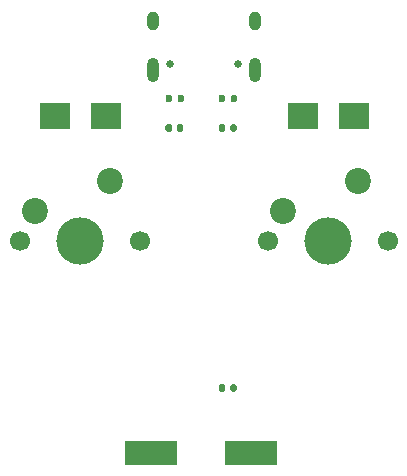
<source format=gbr>
%TF.GenerationSoftware,KiCad,Pcbnew,(5.1.12)-1*%
%TF.CreationDate,2024-07-10T23:31:03+08:00*%
%TF.ProjectId,BKL2x,424b4c32-782e-46b6-9963-61645f706362,1.0*%
%TF.SameCoordinates,Original*%
%TF.FileFunction,Soldermask,Bot*%
%TF.FilePolarity,Negative*%
%FSLAX46Y46*%
G04 Gerber Fmt 4.6, Leading zero omitted, Abs format (unit mm)*
G04 Created by KiCad (PCBNEW (5.1.12)-1) date 2024-07-10 23:31:03*
%MOMM*%
%LPD*%
G01*
G04 APERTURE LIST*
%ADD10R,2.500000X2.300000*%
%ADD11O,1.000000X2.100000*%
%ADD12O,1.000000X1.600000*%
%ADD13C,0.650000*%
%ADD14C,1.700000*%
%ADD15C,4.000000*%
%ADD16C,2.200000*%
%ADD17R,4.500000X2.000000*%
G04 APERTURE END LIST*
%TO.C,C8*%
G36*
G01*
X147680000Y-84670000D02*
X147680000Y-84330000D01*
G75*
G02*
X147820000Y-84190000I140000J0D01*
G01*
X148100000Y-84190000D01*
G75*
G02*
X148240000Y-84330000I0J-140000D01*
G01*
X148240000Y-84670000D01*
G75*
G02*
X148100000Y-84810000I-140000J0D01*
G01*
X147820000Y-84810000D01*
G75*
G02*
X147680000Y-84670000I0J140000D01*
G01*
G37*
G36*
G01*
X146720000Y-84670000D02*
X146720000Y-84330000D01*
G75*
G02*
X146860000Y-84190000I140000J0D01*
G01*
X147140000Y-84190000D01*
G75*
G02*
X147280000Y-84330000I0J-140000D01*
G01*
X147280000Y-84670000D01*
G75*
G02*
X147140000Y-84810000I-140000J0D01*
G01*
X146860000Y-84810000D01*
G75*
G02*
X146720000Y-84670000I0J140000D01*
G01*
G37*
%TD*%
%TO.C,C7*%
G36*
G01*
X152200000Y-84670000D02*
X152200000Y-84330000D01*
G75*
G02*
X152340000Y-84190000I140000J0D01*
G01*
X152620000Y-84190000D01*
G75*
G02*
X152760000Y-84330000I0J-140000D01*
G01*
X152760000Y-84670000D01*
G75*
G02*
X152620000Y-84810000I-140000J0D01*
G01*
X152340000Y-84810000D01*
G75*
G02*
X152200000Y-84670000I0J140000D01*
G01*
G37*
G36*
G01*
X151240000Y-84670000D02*
X151240000Y-84330000D01*
G75*
G02*
X151380000Y-84190000I140000J0D01*
G01*
X151660000Y-84190000D01*
G75*
G02*
X151800000Y-84330000I0J-140000D01*
G01*
X151800000Y-84670000D01*
G75*
G02*
X151660000Y-84810000I-140000J0D01*
G01*
X151380000Y-84810000D01*
G75*
G02*
X151240000Y-84670000I0J140000D01*
G01*
G37*
%TD*%
%TO.C,C3*%
G36*
G01*
X151800000Y-106330000D02*
X151800000Y-106670000D01*
G75*
G02*
X151660000Y-106810000I-140000J0D01*
G01*
X151380000Y-106810000D01*
G75*
G02*
X151240000Y-106670000I0J140000D01*
G01*
X151240000Y-106330000D01*
G75*
G02*
X151380000Y-106190000I140000J0D01*
G01*
X151660000Y-106190000D01*
G75*
G02*
X151800000Y-106330000I0J-140000D01*
G01*
G37*
G36*
G01*
X152760000Y-106330000D02*
X152760000Y-106670000D01*
G75*
G02*
X152620000Y-106810000I-140000J0D01*
G01*
X152340000Y-106810000D01*
G75*
G02*
X152200000Y-106670000I0J140000D01*
G01*
X152200000Y-106330000D01*
G75*
G02*
X152340000Y-106190000I140000J0D01*
G01*
X152620000Y-106190000D01*
G75*
G02*
X152760000Y-106330000I0J-140000D01*
G01*
G37*
%TD*%
D10*
%TO.C,D1*%
X137350000Y-83500000D03*
X141650000Y-83500000D03*
%TD*%
%TO.C,D2*%
X162650000Y-83500000D03*
X158350000Y-83500000D03*
%TD*%
D11*
%TO.C,J1*%
X154320000Y-79605000D03*
X145680000Y-79605000D03*
D12*
X154320000Y-75425000D03*
X145680000Y-75425000D03*
D13*
X147110000Y-79105000D03*
X152890000Y-79105000D03*
%TD*%
%TO.C,R1*%
G36*
G01*
X152780000Y-81815000D02*
X152780000Y-82185000D01*
G75*
G02*
X152645000Y-82320000I-135000J0D01*
G01*
X152375000Y-82320000D01*
G75*
G02*
X152240000Y-82185000I0J135000D01*
G01*
X152240000Y-81815000D01*
G75*
G02*
X152375000Y-81680000I135000J0D01*
G01*
X152645000Y-81680000D01*
G75*
G02*
X152780000Y-81815000I0J-135000D01*
G01*
G37*
G36*
G01*
X151760000Y-81815000D02*
X151760000Y-82185000D01*
G75*
G02*
X151625000Y-82320000I-135000J0D01*
G01*
X151355000Y-82320000D01*
G75*
G02*
X151220000Y-82185000I0J135000D01*
G01*
X151220000Y-81815000D01*
G75*
G02*
X151355000Y-81680000I135000J0D01*
G01*
X151625000Y-81680000D01*
G75*
G02*
X151760000Y-81815000I0J-135000D01*
G01*
G37*
%TD*%
%TO.C,R2*%
G36*
G01*
X147270000Y-81815000D02*
X147270000Y-82185000D01*
G75*
G02*
X147135000Y-82320000I-135000J0D01*
G01*
X146865000Y-82320000D01*
G75*
G02*
X146730000Y-82185000I0J135000D01*
G01*
X146730000Y-81815000D01*
G75*
G02*
X146865000Y-81680000I135000J0D01*
G01*
X147135000Y-81680000D01*
G75*
G02*
X147270000Y-81815000I0J-135000D01*
G01*
G37*
G36*
G01*
X148290000Y-81815000D02*
X148290000Y-82185000D01*
G75*
G02*
X148155000Y-82320000I-135000J0D01*
G01*
X147885000Y-82320000D01*
G75*
G02*
X147750000Y-82185000I0J135000D01*
G01*
X147750000Y-81815000D01*
G75*
G02*
X147885000Y-81680000I135000J0D01*
G01*
X148155000Y-81680000D01*
G75*
G02*
X148290000Y-81815000I0J-135000D01*
G01*
G37*
%TD*%
D14*
%TO.C,SW1*%
X144540000Y-94080000D03*
X134380000Y-94080000D03*
D15*
X139460000Y-94080000D03*
D16*
X135650000Y-91540000D03*
X142000000Y-89000000D03*
%TD*%
%TO.C,SW2*%
X163000000Y-89020000D03*
X156650000Y-91560000D03*
D15*
X160460000Y-94100000D03*
D14*
X155380000Y-94100000D03*
X165540000Y-94100000D03*
%TD*%
D17*
%TO.C,Y1*%
X145500000Y-112000000D03*
X154000000Y-112000000D03*
%TD*%
M02*

</source>
